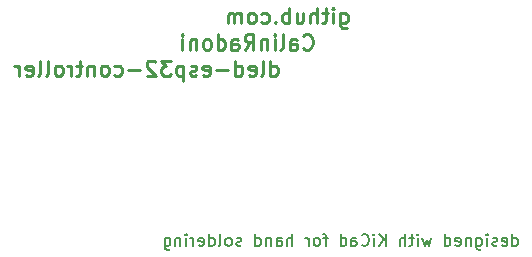
<source format=gbo>
G04 #@! TF.GenerationSoftware,KiCad,Pcbnew,5.0.2+dfsg1-1~bpo9+1*
G04 #@! TF.CreationDate,2019-05-11T00:02:52+03:00*
G04 #@! TF.ProjectId,dled-esp32-controller,646c6564-2d65-4737-9033-322d636f6e74,rev?*
G04 #@! TF.SameCoordinates,Original*
G04 #@! TF.FileFunction,Legend,Bot*
G04 #@! TF.FilePolarity,Positive*
%FSLAX46Y46*%
G04 Gerber Fmt 4.6, Leading zero omitted, Abs format (unit mm)*
G04 Created by KiCad (PCBNEW 5.0.2+dfsg1-1~bpo9+1) date Sb 11 mai 2019 00:02:52 +0300*
%MOMM*%
%LPD*%
G01*
G04 APERTURE LIST*
%ADD10C,0.280000*%
%ADD11C,0.200000*%
G04 APERTURE END LIST*
D10*
X54701333Y-65491428D02*
X54701333Y-66543809D01*
X54763238Y-66667619D01*
X54825142Y-66729523D01*
X54948952Y-66791428D01*
X55134666Y-66791428D01*
X55258476Y-66729523D01*
X54701333Y-66296190D02*
X54825142Y-66358095D01*
X55072761Y-66358095D01*
X55196571Y-66296190D01*
X55258476Y-66234285D01*
X55320380Y-66110476D01*
X55320380Y-65739047D01*
X55258476Y-65615238D01*
X55196571Y-65553333D01*
X55072761Y-65491428D01*
X54825142Y-65491428D01*
X54701333Y-65553333D01*
X54082285Y-66358095D02*
X54082285Y-65491428D01*
X54082285Y-65058095D02*
X54144190Y-65120000D01*
X54082285Y-65181904D01*
X54020380Y-65120000D01*
X54082285Y-65058095D01*
X54082285Y-65181904D01*
X53648952Y-65491428D02*
X53153714Y-65491428D01*
X53463238Y-65058095D02*
X53463238Y-66172380D01*
X53401333Y-66296190D01*
X53277523Y-66358095D01*
X53153714Y-66358095D01*
X52720380Y-66358095D02*
X52720380Y-65058095D01*
X52163238Y-66358095D02*
X52163238Y-65677142D01*
X52225142Y-65553333D01*
X52348952Y-65491428D01*
X52534666Y-65491428D01*
X52658476Y-65553333D01*
X52720380Y-65615238D01*
X50987047Y-65491428D02*
X50987047Y-66358095D01*
X51544190Y-65491428D02*
X51544190Y-66172380D01*
X51482285Y-66296190D01*
X51358476Y-66358095D01*
X51172761Y-66358095D01*
X51048952Y-66296190D01*
X50987047Y-66234285D01*
X50368000Y-66358095D02*
X50368000Y-65058095D01*
X50368000Y-65553333D02*
X50244190Y-65491428D01*
X49996571Y-65491428D01*
X49872761Y-65553333D01*
X49810857Y-65615238D01*
X49748952Y-65739047D01*
X49748952Y-66110476D01*
X49810857Y-66234285D01*
X49872761Y-66296190D01*
X49996571Y-66358095D01*
X50244190Y-66358095D01*
X50368000Y-66296190D01*
X49191809Y-66234285D02*
X49129904Y-66296190D01*
X49191809Y-66358095D01*
X49253714Y-66296190D01*
X49191809Y-66234285D01*
X49191809Y-66358095D01*
X48015619Y-66296190D02*
X48139428Y-66358095D01*
X48387047Y-66358095D01*
X48510857Y-66296190D01*
X48572761Y-66234285D01*
X48634666Y-66110476D01*
X48634666Y-65739047D01*
X48572761Y-65615238D01*
X48510857Y-65553333D01*
X48387047Y-65491428D01*
X48139428Y-65491428D01*
X48015619Y-65553333D01*
X47272761Y-66358095D02*
X47396571Y-66296190D01*
X47458476Y-66234285D01*
X47520380Y-66110476D01*
X47520380Y-65739047D01*
X47458476Y-65615238D01*
X47396571Y-65553333D01*
X47272761Y-65491428D01*
X47087047Y-65491428D01*
X46963238Y-65553333D01*
X46901333Y-65615238D01*
X46839428Y-65739047D01*
X46839428Y-66110476D01*
X46901333Y-66234285D01*
X46963238Y-66296190D01*
X47087047Y-66358095D01*
X47272761Y-66358095D01*
X46282285Y-66358095D02*
X46282285Y-65491428D01*
X46282285Y-65615238D02*
X46220380Y-65553333D01*
X46096571Y-65491428D01*
X45910857Y-65491428D01*
X45787047Y-65553333D01*
X45725142Y-65677142D01*
X45725142Y-66358095D01*
X45725142Y-65677142D02*
X45663238Y-65553333D01*
X45539428Y-65491428D01*
X45353714Y-65491428D01*
X45229904Y-65553333D01*
X45168000Y-65677142D01*
X45168000Y-66358095D01*
X51544190Y-68464285D02*
X51606095Y-68526190D01*
X51791809Y-68588095D01*
X51915619Y-68588095D01*
X52101333Y-68526190D01*
X52225142Y-68402380D01*
X52287047Y-68278571D01*
X52348952Y-68030952D01*
X52348952Y-67845238D01*
X52287047Y-67597619D01*
X52225142Y-67473809D01*
X52101333Y-67350000D01*
X51915619Y-67288095D01*
X51791809Y-67288095D01*
X51606095Y-67350000D01*
X51544190Y-67411904D01*
X50429904Y-68588095D02*
X50429904Y-67907142D01*
X50491809Y-67783333D01*
X50615619Y-67721428D01*
X50863238Y-67721428D01*
X50987047Y-67783333D01*
X50429904Y-68526190D02*
X50553714Y-68588095D01*
X50863238Y-68588095D01*
X50987047Y-68526190D01*
X51048952Y-68402380D01*
X51048952Y-68278571D01*
X50987047Y-68154761D01*
X50863238Y-68092857D01*
X50553714Y-68092857D01*
X50429904Y-68030952D01*
X49625142Y-68588095D02*
X49748952Y-68526190D01*
X49810857Y-68402380D01*
X49810857Y-67288095D01*
X49129904Y-68588095D02*
X49129904Y-67721428D01*
X49129904Y-67288095D02*
X49191809Y-67350000D01*
X49129904Y-67411904D01*
X49068000Y-67350000D01*
X49129904Y-67288095D01*
X49129904Y-67411904D01*
X48510857Y-67721428D02*
X48510857Y-68588095D01*
X48510857Y-67845238D02*
X48448952Y-67783333D01*
X48325142Y-67721428D01*
X48139428Y-67721428D01*
X48015619Y-67783333D01*
X47953714Y-67907142D01*
X47953714Y-68588095D01*
X46591809Y-68588095D02*
X47025142Y-67969047D01*
X47334666Y-68588095D02*
X47334666Y-67288095D01*
X46839428Y-67288095D01*
X46715619Y-67350000D01*
X46653714Y-67411904D01*
X46591809Y-67535714D01*
X46591809Y-67721428D01*
X46653714Y-67845238D01*
X46715619Y-67907142D01*
X46839428Y-67969047D01*
X47334666Y-67969047D01*
X45477523Y-68588095D02*
X45477523Y-67907142D01*
X45539428Y-67783333D01*
X45663238Y-67721428D01*
X45910857Y-67721428D01*
X46034666Y-67783333D01*
X45477523Y-68526190D02*
X45601333Y-68588095D01*
X45910857Y-68588095D01*
X46034666Y-68526190D01*
X46096571Y-68402380D01*
X46096571Y-68278571D01*
X46034666Y-68154761D01*
X45910857Y-68092857D01*
X45601333Y-68092857D01*
X45477523Y-68030952D01*
X44301333Y-68588095D02*
X44301333Y-67288095D01*
X44301333Y-68526190D02*
X44425142Y-68588095D01*
X44672761Y-68588095D01*
X44796571Y-68526190D01*
X44858476Y-68464285D01*
X44920380Y-68340476D01*
X44920380Y-67969047D01*
X44858476Y-67845238D01*
X44796571Y-67783333D01*
X44672761Y-67721428D01*
X44425142Y-67721428D01*
X44301333Y-67783333D01*
X43496571Y-68588095D02*
X43620380Y-68526190D01*
X43682285Y-68464285D01*
X43744190Y-68340476D01*
X43744190Y-67969047D01*
X43682285Y-67845238D01*
X43620380Y-67783333D01*
X43496571Y-67721428D01*
X43310857Y-67721428D01*
X43187047Y-67783333D01*
X43125142Y-67845238D01*
X43063238Y-67969047D01*
X43063238Y-68340476D01*
X43125142Y-68464285D01*
X43187047Y-68526190D01*
X43310857Y-68588095D01*
X43496571Y-68588095D01*
X42506095Y-67721428D02*
X42506095Y-68588095D01*
X42506095Y-67845238D02*
X42444190Y-67783333D01*
X42320380Y-67721428D01*
X42134666Y-67721428D01*
X42010857Y-67783333D01*
X41948952Y-67907142D01*
X41948952Y-68588095D01*
X41329904Y-68588095D02*
X41329904Y-67721428D01*
X41329904Y-67288095D02*
X41391809Y-67350000D01*
X41329904Y-67411904D01*
X41268000Y-67350000D01*
X41329904Y-67288095D01*
X41329904Y-67411904D01*
X48758476Y-70818095D02*
X48758476Y-69518095D01*
X48758476Y-70756190D02*
X48882285Y-70818095D01*
X49129904Y-70818095D01*
X49253714Y-70756190D01*
X49315619Y-70694285D01*
X49377523Y-70570476D01*
X49377523Y-70199047D01*
X49315619Y-70075238D01*
X49253714Y-70013333D01*
X49129904Y-69951428D01*
X48882285Y-69951428D01*
X48758476Y-70013333D01*
X47953714Y-70818095D02*
X48077523Y-70756190D01*
X48139428Y-70632380D01*
X48139428Y-69518095D01*
X46963238Y-70756190D02*
X47087047Y-70818095D01*
X47334666Y-70818095D01*
X47458476Y-70756190D01*
X47520380Y-70632380D01*
X47520380Y-70137142D01*
X47458476Y-70013333D01*
X47334666Y-69951428D01*
X47087047Y-69951428D01*
X46963238Y-70013333D01*
X46901333Y-70137142D01*
X46901333Y-70260952D01*
X47520380Y-70384761D01*
X45787047Y-70818095D02*
X45787047Y-69518095D01*
X45787047Y-70756190D02*
X45910857Y-70818095D01*
X46158476Y-70818095D01*
X46282285Y-70756190D01*
X46344190Y-70694285D01*
X46406095Y-70570476D01*
X46406095Y-70199047D01*
X46344190Y-70075238D01*
X46282285Y-70013333D01*
X46158476Y-69951428D01*
X45910857Y-69951428D01*
X45787047Y-70013333D01*
X45168000Y-70322857D02*
X44177523Y-70322857D01*
X43063238Y-70756190D02*
X43187047Y-70818095D01*
X43434666Y-70818095D01*
X43558476Y-70756190D01*
X43620380Y-70632380D01*
X43620380Y-70137142D01*
X43558476Y-70013333D01*
X43434666Y-69951428D01*
X43187047Y-69951428D01*
X43063238Y-70013333D01*
X43001333Y-70137142D01*
X43001333Y-70260952D01*
X43620380Y-70384761D01*
X42506095Y-70756190D02*
X42382285Y-70818095D01*
X42134666Y-70818095D01*
X42010857Y-70756190D01*
X41948952Y-70632380D01*
X41948952Y-70570476D01*
X42010857Y-70446666D01*
X42134666Y-70384761D01*
X42320380Y-70384761D01*
X42444190Y-70322857D01*
X42506095Y-70199047D01*
X42506095Y-70137142D01*
X42444190Y-70013333D01*
X42320380Y-69951428D01*
X42134666Y-69951428D01*
X42010857Y-70013333D01*
X41391809Y-69951428D02*
X41391809Y-71251428D01*
X41391809Y-70013333D02*
X41268000Y-69951428D01*
X41020380Y-69951428D01*
X40896571Y-70013333D01*
X40834666Y-70075238D01*
X40772761Y-70199047D01*
X40772761Y-70570476D01*
X40834666Y-70694285D01*
X40896571Y-70756190D01*
X41020380Y-70818095D01*
X41268000Y-70818095D01*
X41391809Y-70756190D01*
X40339428Y-69518095D02*
X39534666Y-69518095D01*
X39968000Y-70013333D01*
X39782285Y-70013333D01*
X39658476Y-70075238D01*
X39596571Y-70137142D01*
X39534666Y-70260952D01*
X39534666Y-70570476D01*
X39596571Y-70694285D01*
X39658476Y-70756190D01*
X39782285Y-70818095D01*
X40153714Y-70818095D01*
X40277523Y-70756190D01*
X40339428Y-70694285D01*
X39039428Y-69641904D02*
X38977523Y-69580000D01*
X38853714Y-69518095D01*
X38544190Y-69518095D01*
X38420380Y-69580000D01*
X38358476Y-69641904D01*
X38296571Y-69765714D01*
X38296571Y-69889523D01*
X38358476Y-70075238D01*
X39101333Y-70818095D01*
X38296571Y-70818095D01*
X37739428Y-70322857D02*
X36748952Y-70322857D01*
X35572761Y-70756190D02*
X35696571Y-70818095D01*
X35944190Y-70818095D01*
X36068000Y-70756190D01*
X36129904Y-70694285D01*
X36191809Y-70570476D01*
X36191809Y-70199047D01*
X36129904Y-70075238D01*
X36068000Y-70013333D01*
X35944190Y-69951428D01*
X35696571Y-69951428D01*
X35572761Y-70013333D01*
X34829904Y-70818095D02*
X34953714Y-70756190D01*
X35015619Y-70694285D01*
X35077523Y-70570476D01*
X35077523Y-70199047D01*
X35015619Y-70075238D01*
X34953714Y-70013333D01*
X34829904Y-69951428D01*
X34644190Y-69951428D01*
X34520380Y-70013333D01*
X34458476Y-70075238D01*
X34396571Y-70199047D01*
X34396571Y-70570476D01*
X34458476Y-70694285D01*
X34520380Y-70756190D01*
X34644190Y-70818095D01*
X34829904Y-70818095D01*
X33839428Y-69951428D02*
X33839428Y-70818095D01*
X33839428Y-70075238D02*
X33777523Y-70013333D01*
X33653714Y-69951428D01*
X33468000Y-69951428D01*
X33344190Y-70013333D01*
X33282285Y-70137142D01*
X33282285Y-70818095D01*
X32848952Y-69951428D02*
X32353714Y-69951428D01*
X32663238Y-69518095D02*
X32663238Y-70632380D01*
X32601333Y-70756190D01*
X32477523Y-70818095D01*
X32353714Y-70818095D01*
X31920380Y-70818095D02*
X31920380Y-69951428D01*
X31920380Y-70199047D02*
X31858476Y-70075238D01*
X31796571Y-70013333D01*
X31672761Y-69951428D01*
X31548952Y-69951428D01*
X30929904Y-70818095D02*
X31053714Y-70756190D01*
X31115619Y-70694285D01*
X31177523Y-70570476D01*
X31177523Y-70199047D01*
X31115619Y-70075238D01*
X31053714Y-70013333D01*
X30929904Y-69951428D01*
X30744190Y-69951428D01*
X30620380Y-70013333D01*
X30558476Y-70075238D01*
X30496571Y-70199047D01*
X30496571Y-70570476D01*
X30558476Y-70694285D01*
X30620380Y-70756190D01*
X30744190Y-70818095D01*
X30929904Y-70818095D01*
X29753714Y-70818095D02*
X29877523Y-70756190D01*
X29939428Y-70632380D01*
X29939428Y-69518095D01*
X29072761Y-70818095D02*
X29196571Y-70756190D01*
X29258476Y-70632380D01*
X29258476Y-69518095D01*
X28082285Y-70756190D02*
X28206095Y-70818095D01*
X28453714Y-70818095D01*
X28577523Y-70756190D01*
X28639428Y-70632380D01*
X28639428Y-70137142D01*
X28577523Y-70013333D01*
X28453714Y-69951428D01*
X28206095Y-69951428D01*
X28082285Y-70013333D01*
X28020380Y-70137142D01*
X28020380Y-70260952D01*
X28639428Y-70384761D01*
X27463238Y-70818095D02*
X27463238Y-69951428D01*
X27463238Y-70199047D02*
X27401333Y-70075238D01*
X27339428Y-70013333D01*
X27215619Y-69951428D01*
X27091809Y-69951428D01*
D11*
X69250000Y-85202380D02*
X69250000Y-84202380D01*
X69250000Y-85154761D02*
X69345238Y-85202380D01*
X69535714Y-85202380D01*
X69630952Y-85154761D01*
X69678571Y-85107142D01*
X69726190Y-85011904D01*
X69726190Y-84726190D01*
X69678571Y-84630952D01*
X69630952Y-84583333D01*
X69535714Y-84535714D01*
X69345238Y-84535714D01*
X69250000Y-84583333D01*
X68392857Y-85154761D02*
X68488095Y-85202380D01*
X68678571Y-85202380D01*
X68773809Y-85154761D01*
X68821428Y-85059523D01*
X68821428Y-84678571D01*
X68773809Y-84583333D01*
X68678571Y-84535714D01*
X68488095Y-84535714D01*
X68392857Y-84583333D01*
X68345238Y-84678571D01*
X68345238Y-84773809D01*
X68821428Y-84869047D01*
X67964285Y-85154761D02*
X67869047Y-85202380D01*
X67678571Y-85202380D01*
X67583333Y-85154761D01*
X67535714Y-85059523D01*
X67535714Y-85011904D01*
X67583333Y-84916666D01*
X67678571Y-84869047D01*
X67821428Y-84869047D01*
X67916666Y-84821428D01*
X67964285Y-84726190D01*
X67964285Y-84678571D01*
X67916666Y-84583333D01*
X67821428Y-84535714D01*
X67678571Y-84535714D01*
X67583333Y-84583333D01*
X67107142Y-85202380D02*
X67107142Y-84535714D01*
X67107142Y-84202380D02*
X67154761Y-84250000D01*
X67107142Y-84297619D01*
X67059523Y-84250000D01*
X67107142Y-84202380D01*
X67107142Y-84297619D01*
X66202380Y-84535714D02*
X66202380Y-85345238D01*
X66250000Y-85440476D01*
X66297619Y-85488095D01*
X66392857Y-85535714D01*
X66535714Y-85535714D01*
X66630952Y-85488095D01*
X66202380Y-85154761D02*
X66297619Y-85202380D01*
X66488095Y-85202380D01*
X66583333Y-85154761D01*
X66630952Y-85107142D01*
X66678571Y-85011904D01*
X66678571Y-84726190D01*
X66630952Y-84630952D01*
X66583333Y-84583333D01*
X66488095Y-84535714D01*
X66297619Y-84535714D01*
X66202380Y-84583333D01*
X65726190Y-84535714D02*
X65726190Y-85202380D01*
X65726190Y-84630952D02*
X65678571Y-84583333D01*
X65583333Y-84535714D01*
X65440476Y-84535714D01*
X65345238Y-84583333D01*
X65297619Y-84678571D01*
X65297619Y-85202380D01*
X64440476Y-85154761D02*
X64535714Y-85202380D01*
X64726190Y-85202380D01*
X64821428Y-85154761D01*
X64869047Y-85059523D01*
X64869047Y-84678571D01*
X64821428Y-84583333D01*
X64726190Y-84535714D01*
X64535714Y-84535714D01*
X64440476Y-84583333D01*
X64392857Y-84678571D01*
X64392857Y-84773809D01*
X64869047Y-84869047D01*
X63535714Y-85202380D02*
X63535714Y-84202380D01*
X63535714Y-85154761D02*
X63630952Y-85202380D01*
X63821428Y-85202380D01*
X63916666Y-85154761D01*
X63964285Y-85107142D01*
X64011904Y-85011904D01*
X64011904Y-84726190D01*
X63964285Y-84630952D01*
X63916666Y-84583333D01*
X63821428Y-84535714D01*
X63630952Y-84535714D01*
X63535714Y-84583333D01*
X62392857Y-84535714D02*
X62202380Y-85202380D01*
X62011904Y-84726190D01*
X61821428Y-85202380D01*
X61630952Y-84535714D01*
X61250000Y-85202380D02*
X61250000Y-84535714D01*
X61250000Y-84202380D02*
X61297619Y-84250000D01*
X61250000Y-84297619D01*
X61202380Y-84250000D01*
X61250000Y-84202380D01*
X61250000Y-84297619D01*
X60916666Y-84535714D02*
X60535714Y-84535714D01*
X60773809Y-84202380D02*
X60773809Y-85059523D01*
X60726190Y-85154761D01*
X60630952Y-85202380D01*
X60535714Y-85202380D01*
X60202380Y-85202380D02*
X60202380Y-84202380D01*
X59773809Y-85202380D02*
X59773809Y-84678571D01*
X59821428Y-84583333D01*
X59916666Y-84535714D01*
X60059523Y-84535714D01*
X60154761Y-84583333D01*
X60202380Y-84630952D01*
X58535714Y-85202380D02*
X58535714Y-84202380D01*
X57964285Y-85202380D02*
X58392857Y-84630952D01*
X57964285Y-84202380D02*
X58535714Y-84773809D01*
X57535714Y-85202380D02*
X57535714Y-84535714D01*
X57535714Y-84202380D02*
X57583333Y-84250000D01*
X57535714Y-84297619D01*
X57488095Y-84250000D01*
X57535714Y-84202380D01*
X57535714Y-84297619D01*
X56488095Y-85107142D02*
X56535714Y-85154761D01*
X56678571Y-85202380D01*
X56773809Y-85202380D01*
X56916666Y-85154761D01*
X57011904Y-85059523D01*
X57059523Y-84964285D01*
X57107142Y-84773809D01*
X57107142Y-84630952D01*
X57059523Y-84440476D01*
X57011904Y-84345238D01*
X56916666Y-84250000D01*
X56773809Y-84202380D01*
X56678571Y-84202380D01*
X56535714Y-84250000D01*
X56488095Y-84297619D01*
X55630952Y-85202380D02*
X55630952Y-84678571D01*
X55678571Y-84583333D01*
X55773809Y-84535714D01*
X55964285Y-84535714D01*
X56059523Y-84583333D01*
X55630952Y-85154761D02*
X55726190Y-85202380D01*
X55964285Y-85202380D01*
X56059523Y-85154761D01*
X56107142Y-85059523D01*
X56107142Y-84964285D01*
X56059523Y-84869047D01*
X55964285Y-84821428D01*
X55726190Y-84821428D01*
X55630952Y-84773809D01*
X54726190Y-85202380D02*
X54726190Y-84202380D01*
X54726190Y-85154761D02*
X54821428Y-85202380D01*
X55011904Y-85202380D01*
X55107142Y-85154761D01*
X55154761Y-85107142D01*
X55202380Y-85011904D01*
X55202380Y-84726190D01*
X55154761Y-84630952D01*
X55107142Y-84583333D01*
X55011904Y-84535714D01*
X54821428Y-84535714D01*
X54726190Y-84583333D01*
X53630952Y-84535714D02*
X53250000Y-84535714D01*
X53488095Y-85202380D02*
X53488095Y-84345238D01*
X53440476Y-84250000D01*
X53345238Y-84202380D01*
X53250000Y-84202380D01*
X52773809Y-85202380D02*
X52869047Y-85154761D01*
X52916666Y-85107142D01*
X52964285Y-85011904D01*
X52964285Y-84726190D01*
X52916666Y-84630952D01*
X52869047Y-84583333D01*
X52773809Y-84535714D01*
X52630952Y-84535714D01*
X52535714Y-84583333D01*
X52488095Y-84630952D01*
X52440476Y-84726190D01*
X52440476Y-85011904D01*
X52488095Y-85107142D01*
X52535714Y-85154761D01*
X52630952Y-85202380D01*
X52773809Y-85202380D01*
X52011904Y-85202380D02*
X52011904Y-84535714D01*
X52011904Y-84726190D02*
X51964285Y-84630952D01*
X51916666Y-84583333D01*
X51821428Y-84535714D01*
X51726190Y-84535714D01*
X50630952Y-85202380D02*
X50630952Y-84202380D01*
X50202380Y-85202380D02*
X50202380Y-84678571D01*
X50250000Y-84583333D01*
X50345238Y-84535714D01*
X50488095Y-84535714D01*
X50583333Y-84583333D01*
X50630952Y-84630952D01*
X49297619Y-85202380D02*
X49297619Y-84678571D01*
X49345238Y-84583333D01*
X49440476Y-84535714D01*
X49630952Y-84535714D01*
X49726190Y-84583333D01*
X49297619Y-85154761D02*
X49392857Y-85202380D01*
X49630952Y-85202380D01*
X49726190Y-85154761D01*
X49773809Y-85059523D01*
X49773809Y-84964285D01*
X49726190Y-84869047D01*
X49630952Y-84821428D01*
X49392857Y-84821428D01*
X49297619Y-84773809D01*
X48821428Y-84535714D02*
X48821428Y-85202380D01*
X48821428Y-84630952D02*
X48773809Y-84583333D01*
X48678571Y-84535714D01*
X48535714Y-84535714D01*
X48440476Y-84583333D01*
X48392857Y-84678571D01*
X48392857Y-85202380D01*
X47488095Y-85202380D02*
X47488095Y-84202380D01*
X47488095Y-85154761D02*
X47583333Y-85202380D01*
X47773809Y-85202380D01*
X47869047Y-85154761D01*
X47916666Y-85107142D01*
X47964285Y-85011904D01*
X47964285Y-84726190D01*
X47916666Y-84630952D01*
X47869047Y-84583333D01*
X47773809Y-84535714D01*
X47583333Y-84535714D01*
X47488095Y-84583333D01*
X46297619Y-85154761D02*
X46202380Y-85202380D01*
X46011904Y-85202380D01*
X45916666Y-85154761D01*
X45869047Y-85059523D01*
X45869047Y-85011904D01*
X45916666Y-84916666D01*
X46011904Y-84869047D01*
X46154761Y-84869047D01*
X46250000Y-84821428D01*
X46297619Y-84726190D01*
X46297619Y-84678571D01*
X46250000Y-84583333D01*
X46154761Y-84535714D01*
X46011904Y-84535714D01*
X45916666Y-84583333D01*
X45297619Y-85202380D02*
X45392857Y-85154761D01*
X45440476Y-85107142D01*
X45488095Y-85011904D01*
X45488095Y-84726190D01*
X45440476Y-84630952D01*
X45392857Y-84583333D01*
X45297619Y-84535714D01*
X45154761Y-84535714D01*
X45059523Y-84583333D01*
X45011904Y-84630952D01*
X44964285Y-84726190D01*
X44964285Y-85011904D01*
X45011904Y-85107142D01*
X45059523Y-85154761D01*
X45154761Y-85202380D01*
X45297619Y-85202380D01*
X44392857Y-85202380D02*
X44488095Y-85154761D01*
X44535714Y-85059523D01*
X44535714Y-84202380D01*
X43583333Y-85202380D02*
X43583333Y-84202380D01*
X43583333Y-85154761D02*
X43678571Y-85202380D01*
X43869047Y-85202380D01*
X43964285Y-85154761D01*
X44011904Y-85107142D01*
X44059523Y-85011904D01*
X44059523Y-84726190D01*
X44011904Y-84630952D01*
X43964285Y-84583333D01*
X43869047Y-84535714D01*
X43678571Y-84535714D01*
X43583333Y-84583333D01*
X42726190Y-85154761D02*
X42821428Y-85202380D01*
X43011904Y-85202380D01*
X43107142Y-85154761D01*
X43154761Y-85059523D01*
X43154761Y-84678571D01*
X43107142Y-84583333D01*
X43011904Y-84535714D01*
X42821428Y-84535714D01*
X42726190Y-84583333D01*
X42678571Y-84678571D01*
X42678571Y-84773809D01*
X43154761Y-84869047D01*
X42250000Y-85202380D02*
X42250000Y-84535714D01*
X42250000Y-84726190D02*
X42202380Y-84630952D01*
X42154761Y-84583333D01*
X42059523Y-84535714D01*
X41964285Y-84535714D01*
X41630952Y-85202380D02*
X41630952Y-84535714D01*
X41630952Y-84202380D02*
X41678571Y-84250000D01*
X41630952Y-84297619D01*
X41583333Y-84250000D01*
X41630952Y-84202380D01*
X41630952Y-84297619D01*
X41154761Y-84535714D02*
X41154761Y-85202380D01*
X41154761Y-84630952D02*
X41107142Y-84583333D01*
X41011904Y-84535714D01*
X40869047Y-84535714D01*
X40773809Y-84583333D01*
X40726190Y-84678571D01*
X40726190Y-85202380D01*
X39821428Y-84535714D02*
X39821428Y-85345238D01*
X39869047Y-85440476D01*
X39916666Y-85488095D01*
X40011904Y-85535714D01*
X40154761Y-85535714D01*
X40250000Y-85488095D01*
X39821428Y-85154761D02*
X39916666Y-85202380D01*
X40107142Y-85202380D01*
X40202380Y-85154761D01*
X40250000Y-85107142D01*
X40297619Y-85011904D01*
X40297619Y-84726190D01*
X40250000Y-84630952D01*
X40202380Y-84583333D01*
X40107142Y-84535714D01*
X39916666Y-84535714D01*
X39821428Y-84583333D01*
M02*

</source>
